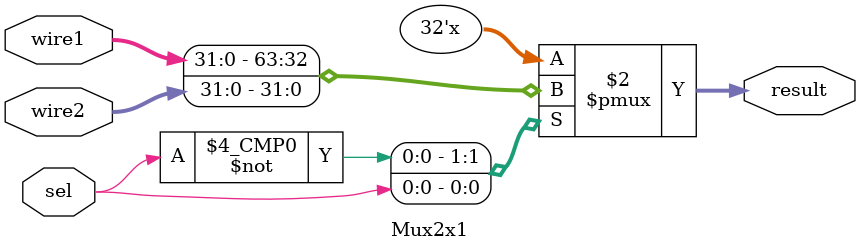
<source format=v>
module Mux2x1(
    output reg [31:0] result,
    input [31:0] wire1,
    input [31:0] wire2,
    input [0:0] sel
);
/*
    // gate-level implementation
    wire [31:0] result1;
    wire [31:0] result2;
    wire [0:0] notSel;

    not not1(notSel, sel);

    and and1(result1[31], wire1[31], notSel);
    and and2(result1[30], wire1[30], notSel);
    and and3(result1[29], wire1[29], notSel);
    and and4(result1[28], wire1[28], notSel);
    and and5(result1[27], wire1[27], notSel);
    and and6(result1[26], wire1[26], notSel);
    and and7(result1[25], wire1[25], notSel);
    and and8(result1[24], wire1[24], notSel);
    and and9(result1[23], wire1[23], notSel);
    and and10(result1[22], wire1[22], notSel);
    and and11(result1[21], wire1[21], notSel);
    and and12(result1[20], wire1[20], notSel);
    and and13(result1[19], wire1[19], notSel);
    and and14(result1[18], wire1[18], notSel);
    and and15(result1[17], wire1[17], notSel);
    and and16(result1[16], wire1[16], notSel);
    and and17(result1[15], wire1[15], notSel);
    and and18(result1[14], wire1[14], notSel);
    and and19(result1[13], wire1[13], notSel);
    and and20(result1[12], wire1[12], notSel);
    and and21(result1[11], wire1[11], notSel);
    and and22(result1[10], wire1[10], notSel);
    and and23(result1[9], wire1[9], notSel);
    and and24(result1[8], wire1[8], notSel);
    and and25(result1[7], wire1[7], notSel);
    and and26(result1[6], wire1[6], notSel);
    and and27(result1[5], wire1[5], notSel);
    and and28(result1[4], wire1[4], notSel);
    and and29(result1[3], wire1[3], notSel);
    and and30(result1[2], wire1[2], notSel);
    and and31(result1[1], wire1[1], notSel);
    and and32(result1[0], wire1[0], notSel);

    and and33(result2[31], wire2[31], sel);
    and and34(result2[30], wire2[30], sel);
    and and35(result2[29], wire2[29], sel);
    and and36(result2[28], wire2[28], sel);
    and and37(result2[27], wire2[27], sel);
    and and38(result2[26], wire2[26], sel);
    and and39(result2[25], wire2[25], sel);
    and and40(result2[24], wire2[24], sel);
    and and41(result2[23], wire2[23], sel);
    and and42(result2[22], wire2[22], sel);
    and and43(result2[21], wire2[21], sel);
    and and44(result2[20], wire2[20], sel);
    and and45(result2[19], wire2[19], sel);
    and and46(result2[18], wire2[18], sel);
    and and47(result2[17], wire2[17], sel);
    and and48(result2[16], wire2[16], sel);
    and and49(result2[15], wire2[15], sel);
    and and50(result2[14], wire2[14], sel);
    and and51(result2[13], wire2[13], sel);
    and and52(result2[12], wire2[12], sel);
    and and53(result2[11], wire2[11], sel);
    and and54(result2[10], wire2[10], sel);
    and and55(result2[9], wire2[9], sel);
    and and56(result2[8], wire2[8], sel);
    and and57(result2[7], wire2[7], sel);
    and and58(result2[6], wire2[6], sel);
    and and59(result2[5], wire2[5], sel);
    and and60(result2[4], wire2[4], sel);
    and and61(result2[3], wire2[3], sel);
    and and62(result2[2], wire2[2], sel);
    and and63(result2[1], wire2[1], sel);
    and and64(result2[0], wire2[0], sel);

    Or_32Bit or1(result, result1, result2);

    */
    always @(*)
    begin
        case(sel)
            1'b0: result = wire1;     // Select result1[0] when sel is 000
            1'b1: result = wire2;      // Select result1[1] when sel is 001
            default: result = 32'b0;    // Default to 0 if sel is invalid   
        endcase
    end
    

endmodule

</source>
